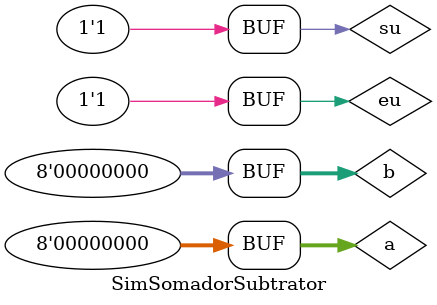
<source format=v>
`timescale 1ns/1ps
module SimSomadorSubtrator;
reg [7:0] a; 
reg [7:0] b;
reg  eu, su;
wire o;

SomadorSubtrator DUT(a,b,eu,su,o);

initial 
	begin
		a=1'd0;b=1'd0;eu=0;su=0;
		#20 a=1'd4;
		#20 b=1'd4;
		#20 eu=1;
		#20 eu=0;
		#20 a=1'd4;
		#20 b=1'd2;
		#20 su=1;
		#20 eu=1;
	end
endmodule

</source>
